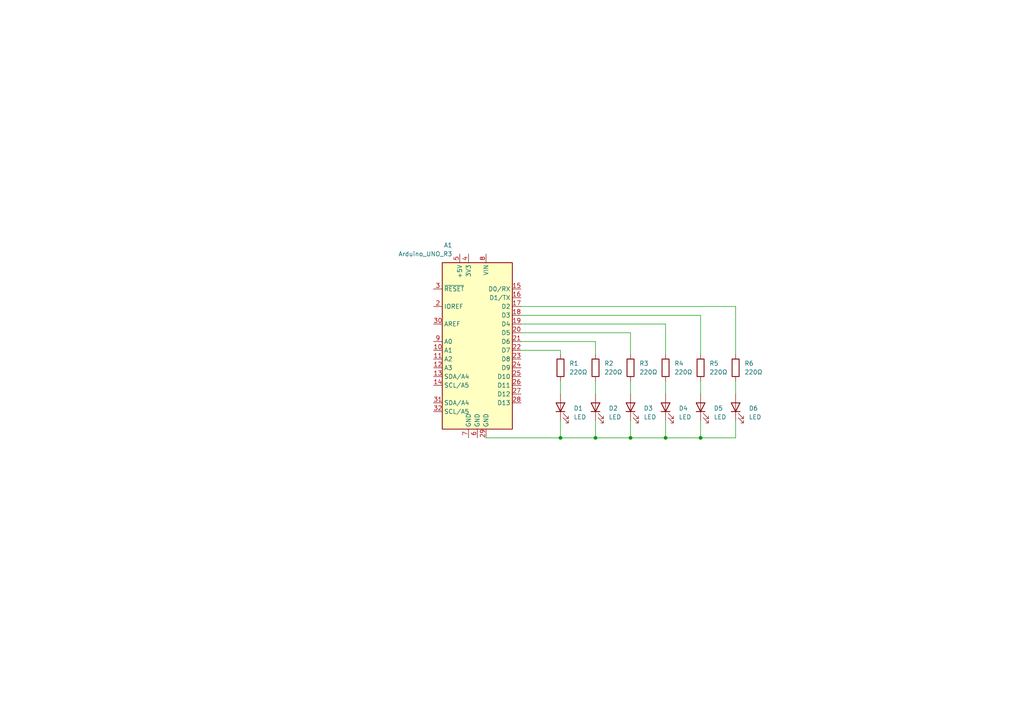
<source format=kicad_sch>
(kicad_sch (version 20250114) (generator "eeschema") (generator_version "9.0")
  (paper "A4")
  (lib_symbols
    (symbol "Device:LED" (pin_numbers (hide yes)) (pin_names (offset 1.016) (hide yes))
      (property "Reference" "D" (at 0 2.54 0))
      (property "Value" "LED" (at 0 -2.54 0))
      (symbol "LED_0_1"
        (polyline (pts (xy -3.048 -0.762) (xy -4.572 -2.286) (xy -3.81 -2.286) (xy -4.572 -2.286) (xy -4.572 -1.524)))
        (polyline (pts (xy -1.778 -0.762) (xy -3.302 -2.286) (xy -2.54 -2.286) (xy -3.302 -2.286) (xy -3.302 -1.524)))
        (polyline (pts (xy -1.27 0) (xy 1.27 0)))
        (polyline (pts (xy -1.27 -1.27) (xy -1.27 1.27)) (stroke (width 0.254)))
        (polyline (pts (xy 1.27 -1.27) (xy 1.27 1.27) (xy -1.27 0) (xy 1.27 -1.27)) (stroke (width 0.254)))
      )
      (symbol "LED_1_1"
        (pin passive line (at -3.81 0 0) (length 2.54) (name "K") (number "1"))
        (pin passive line (at 3.81 0 180) (length 2.54) (name "A") (number "2"))
      )
    )
    (symbol "Device:R" (pin_numbers (hide yes)) (pin_names (offset 0))
      (property "Reference" "R" (at 2.032 0 90))
      (property "Value" "R" (at 0 0 90))
      (symbol "R_0_1"
        (rectangle (start -1.016 -2.54) (end 1.016 2.54) (stroke (width 0.254)))
      )
      (symbol "R_1_1"
        (pin passive line (at 0 3.81 270) (length 1.27) (name "~") (number "1"))
        (pin passive line (at 0 -3.81 90) (length 1.27) (name "~") (number "2"))
      )
    )
    (symbol "MCU_Module:Arduino_UNO_R3"
      (property "Reference" "A" (at -10.16 23.495 0))
      (property "Value" "Arduino_UNO_R3" (at 5.08 -26.67 0))
      (symbol "Arduino_UNO_R3_0_1"
        (rectangle (start -10.16 22.86) (end 10.16 -25.4) (stroke (width 0.254)) (fill (type background)))
      )
      (symbol "Arduino_UNO_R3_1_1"
        (pin bidirectional line (at -12.7 15.24 0) (length 2.54) (name "D0/RX") (number "15"))
        (pin bidirectional line (at -12.7 12.7 0) (length 2.54) (name "D1/TX") (number "16"))
        (pin bidirectional line (at -12.7 10.16 0) (length 2.54) (name "D2") (number "17"))
        (pin bidirectional line (at -12.7 7.62 0) (length 2.54) (name "D3") (number "18"))
        (pin bidirectional line (at -12.7 5.08 0) (length 2.54) (name "D4") (number "19"))
        (pin bidirectional line (at -12.7 2.54 0) (length 2.54) (name "D5") (number "20"))
        (pin bidirectional line (at -12.7 0 0) (length 2.54) (name "D6") (number "21"))
        (pin bidirectional line (at -12.7 -2.54 0) (length 2.54) (name "D7") (number "22"))
        (pin bidirectional line (at -12.7 -5.08 0) (length 2.54) (name "D8") (number "23"))
        (pin bidirectional line (at -12.7 -7.62 0) (length 2.54) (name "D9") (number "24"))
        (pin bidirectional line (at -12.7 -10.16 0) (length 2.54) (name "D10") (number "25"))
        (pin bidirectional line (at -12.7 -12.7 0) (length 2.54) (name "D11") (number "26"))
        (pin bidirectional line (at -12.7 -15.24 0) (length 2.54) (name "D12") (number "27"))
        (pin bidirectional line (at -12.7 -17.78 0) (length 2.54) (name "D13") (number "28"))
        (pin no_connect line (at -10.16 -20.32 0) (length 2.54) (hide yes) (name "NC") (number "1"))
        (pin power_in line (at -2.54 25.4 270) (length 2.54) (name "VIN") (number "8"))
        (pin power_in line (at -2.54 -27.94 90) (length 2.54) (name "GND") (number "29"))
        (pin power_in line (at 0 -27.94 90) (length 2.54) (name "GND") (number "6"))
        (pin power_out line (at 2.54 25.4 270) (length 2.54) (name "3V3") (number "4"))
        (pin power_in line (at 2.54 -27.94 90) (length 2.54) (name "GND") (number "7"))
        (pin power_out line (at 5.08 25.4 270) (length 2.54) (name "+5V") (number "5"))
        (pin input line (at 12.7 15.24 180) (length 2.54) (name "~{RESET}") (number "3"))
        (pin output line (at 12.7 10.16 180) (length 2.54) (name "IOREF") (number "2"))
        (pin input line (at 12.7 5.08 180) (length 2.54) (name "AREF") (number "30"))
        (pin bidirectional line (at 12.7 0 180) (length 2.54) (name "A0") (number "9"))
        (pin bidirectional line (at 12.7 -2.54 180) (length 2.54) (name "A1") (number "10"))
        (pin bidirectional line (at 12.7 -5.08 180) (length 2.54) (name "A2") (number "11"))
        (pin bidirectional line (at 12.7 -7.62 180) (length 2.54) (name "A3") (number "12"))
        (pin bidirectional line (at 12.7 -10.16 180) (length 2.54) (name "SDA/A4") (number "13"))
        (pin bidirectional line (at 12.7 -12.7 180) (length 2.54) (name "SCL/A5") (number "14"))
        (pin bidirectional line (at 12.7 -17.78 180) (length 2.54) (name "SDA/A4") (number "31"))
        (pin bidirectional line (at 12.7 -20.32 180) (length 2.54) (name "SCL/A5") (number "32"))
      )
    )
  )
  (junction (at 172.72 127))
  (junction (at 182.88 127))
  (junction (at 203.2 127))
  (junction (at 162.56 127))
  (junction (at 193.04 127))
  (wire (pts (xy 172.72 127) (xy 162.56 127)))
  (wire (pts (xy 182.88 121.92) (xy 182.88 127)))
  (wire (pts (xy 203.2 102.87) (xy 203.2 91.44)))
  (wire (pts (xy 213.36 121.92) (xy 213.36 127)))
  (wire (pts (xy 172.72 99.06) (xy 151.13 99.06)))
  (wire (pts (xy 162.56 127) (xy 140.97 127)))
  (wire (pts (xy 213.36 102.87) (xy 213.36 88.9)))
  (wire (pts (xy 193.04 102.87) (xy 193.04 93.98)))
  (wire (pts (xy 193.04 93.98) (xy 151.13 93.98)))
  (wire (pts (xy 213.36 127) (xy 203.2 127)))
  (wire (pts (xy 151.13 101.6) (xy 162.56 101.6)))
  (wire (pts (xy 193.04 127) (xy 182.88 127)))
  (wire (pts (xy 193.04 121.92) (xy 193.04 127)))
  (wire (pts (xy 162.56 121.92) (xy 162.56 127)))
  (wire (pts (xy 172.72 110.49) (xy 172.72 114.3)))
  (wire (pts (xy 182.88 127) (xy 172.72 127)))
  (wire (pts (xy 203.2 91.44) (xy 151.13 91.44)))
  (wire (pts (xy 193.04 110.49) (xy 193.04 114.3)))
  (wire (pts (xy 172.72 121.92) (xy 172.72 127)))
  (wire (pts (xy 182.88 96.52) (xy 151.13 96.52)))
  (wire (pts (xy 182.88 102.87) (xy 182.88 96.52)))
  (wire (pts (xy 172.72 102.87) (xy 172.72 99.06)))
  (wire (pts (xy 203.2 121.92) (xy 203.2 127)))
  (wire (pts (xy 213.36 88.9) (xy 151.13 88.9)))
  (wire (pts (xy 162.56 114.3) (xy 162.56 110.49)))
  (wire (pts (xy 213.36 110.49) (xy 213.36 114.3)))
  (wire (pts (xy 162.56 101.6) (xy 162.56 102.87)))
  (wire (pts (xy 203.2 110.49) (xy 203.2 114.3)))
  (wire (pts (xy 182.88 110.49) (xy 182.88 114.3)))
  (wire (pts (xy 203.2 127) (xy 193.04 127)))
  (symbol (lib_id "Device:R") (at 213.36 106.68 0) (unit 1)
    (property "Reference" "R6" (at 215.9 105.4099 0) (effects (justify left)))
    (property "Value" "220Ω" (at 215.9 107.9499 0) (effects (justify left)))
    (property "Footprint" "Resistor_THT:R_Axial_DIN0204_L3.6mm_D1.6mm_P1.90mm_Vertical" (effects (hide yes)))
    (property "Description" "Resistor" (effects (hide yes)))
  )
  (symbol (lib_id "Device:R") (at 193.04 106.68 0) (unit 1)
    (property "Reference" "R4" (at 195.58 105.4099 0) (effects (justify left)))
    (property "Value" "220Ω" (at 195.58 107.9499 0) (effects (justify left)))
    (property "Footprint" "Resistor_THT:R_Axial_DIN0204_L3.6mm_D1.6mm_P1.90mm_Vertical" (effects (hide yes)))
    (property "Description" "Resistor" (effects (hide yes)))
  )
  (symbol (lib_id "Device:R") (at 172.72 106.68 0) (unit 1)
    (property "Reference" "R2" (at 175.26 105.4099 0) (effects (justify left)))
    (property "Value" "220Ω" (at 175.26 107.9499 0) (effects (justify left)))
    (property "Footprint" "Resistor_THT:R_Axial_DIN0204_L3.6mm_D1.6mm_P1.90mm_Vertical" (effects (hide yes)))
    (property "Description" "Resistor" (effects (hide yes)))
  )
  (symbol (lib_id "Device:R") (at 162.56 106.68 0) (unit 1)
    (property "Reference" "R1" (at 165.1 105.4099 0) (effects (justify left)))
    (property "Value" "220Ω" (at 165.1 107.9499 0) (effects (justify left)))
    (property "Footprint" "Resistor_THT:R_Axial_DIN0204_L3.6mm_D1.6mm_P1.90mm_Vertical" (effects (hide yes)))
    (property "Description" "Resistor" (effects (hide yes)))
  )
  (symbol (lib_id "Device:LED") (at 162.56 118.11 90) (unit 1)
    (property "Reference" "D1" (at 166.37 118.4274 90) (effects (justify right)))
    (property "Value" "LED" (at 166.37 120.9674 90) (effects (justify right)))
    (property "Footprint" "LED_THT:LED_D5.0mm" (effects (hide yes)))
    (property "Description" "Light emitting diode" (effects (hide yes)))
    (property "Sim.Pins" "1=K 2=A" (effects (hide yes)))
  )
  (symbol (lib_id "Device:R") (at 182.88 106.68 0) (unit 1)
    (property "Reference" "R3" (at 185.42 105.4099 0) (effects (justify left)))
    (property "Value" "220Ω" (at 185.42 107.9499 0) (effects (justify left)))
    (property "Footprint" "Resistor_THT:R_Axial_DIN0204_L3.6mm_D1.6mm_P1.90mm_Vertical" (effects (hide yes)))
    (property "Description" "Resistor" (effects (hide yes)))
  )
  (symbol (lib_id "Device:LED") (at 203.2 118.11 90) (unit 1)
    (property "Reference" "D5" (at 207.01 118.4274 90) (effects (justify right)))
    (property "Value" "LED" (at 207.01 120.9674 90) (effects (justify right)))
    (property "Footprint" "LED_THT:LED_D5.0mm" (effects (hide yes)))
    (property "Description" "Light emitting diode" (effects (hide yes)))
    (property "Sim.Pins" "1=K 2=A" (effects (hide yes)))
  )
  (symbol (lib_id "Device:LED") (at 182.88 118.11 90) (unit 1)
    (property "Reference" "D3" (at 186.69 118.4274 90) (effects (justify right)))
    (property "Value" "LED" (at 186.69 120.9674 90) (effects (justify right)))
    (property "Footprint" "LED_THT:LED_D5.0mm" (effects (hide yes)))
    (property "Description" "Light emitting diode" (effects (hide yes)))
    (property "Sim.Pins" "1=K 2=A" (effects (hide yes)))
  )
  (symbol (lib_id "Device:LED") (at 213.36 118.11 90) (unit 1)
    (property "Reference" "D6" (at 217.17 118.4274 90) (effects (justify right)))
    (property "Value" "LED" (at 217.17 120.9674 90) (effects (justify right)))
    (property "Footprint" "LED_THT:LED_D5.0mm" (effects (hide yes)))
    (property "Description" "Light emitting diode" (effects (hide yes)))
    (property "Sim.Pins" "1=K 2=A" (effects (hide yes)))
  )
  (symbol (lib_id "Device:LED") (at 172.72 118.11 90) (unit 1)
    (property "Reference" "D2" (at 176.53 118.4274 90) (effects (justify right)))
    (property "Value" "LED" (at 176.53 120.9674 90) (effects (justify right)))
    (property "Footprint" "LED_THT:LED_D5.0mm" (effects (hide yes)))
    (property "Description" "Light emitting diode" (effects (hide yes)))
    (property "Sim.Pins" "1=K 2=A" (effects (hide yes)))
  )
  (symbol (lib_id "MCU_Module:Arduino_UNO_R3") (at 138.43 99.06 0) (mirror y) (unit 1)
    (property "Reference" "A1" (at 131.2067 71.12 0) (effects (justify left)))
    (property "Value" "Arduino_UNO_R3" (at 131.2067 73.66 0) (effects (justify left)))
    (property "Footprint" "Module:Arduino_UNO_R3" (effects (hide yes)))
    (property "Datasheet" "https://www.arduino.cc/en/Main/arduinoBoardUno" (effects (hide yes)))
    (property "Description" "Arduino UNO Microcontroller Module, release 3" (effects (hide yes)))
  )
  (symbol (lib_id "Device:LED") (at 193.04 118.11 90) (unit 1)
    (property "Reference" "D4" (at 196.85 118.4274 90) (effects (justify right)))
    (property "Value" "LED" (at 196.85 120.9674 90) (effects (justify right)))
    (property "Footprint" "LED_THT:LED_D5.0mm" (effects (hide yes)))
    (property "Description" "Light emitting diode" (effects (hide yes)))
    (property "Sim.Pins" "1=K 2=A" (effects (hide yes)))
  )
  (symbol (lib_id "Device:R") (at 203.2 106.68 0) (unit 1)
    (property "Reference" "R5" (at 205.74 105.4099 0) (effects (justify left)))
    (property "Value" "220Ω" (at 205.74 107.9499 0) (effects (justify left)))
    (property "Footprint" "Resistor_THT:R_Axial_DIN0204_L3.6mm_D1.6mm_P1.90mm_Vertical" (effects (hide yes)))
    (property "Description" "Resistor" (effects (hide yes)))
  )
)
</source>
